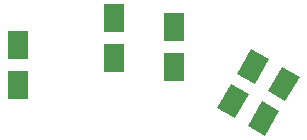
<source format=gbr>
G04 #@! TF.GenerationSoftware,KiCad,Pcbnew,5.1.5*
G04 #@! TF.CreationDate,2020-06-30T15:32:26-05:00*
G04 #@! TF.ProjectId,Encoder,456e636f-6465-4722-9e6b-696361645f70,rev?*
G04 #@! TF.SameCoordinates,Original*
G04 #@! TF.FileFunction,Soldermask,Bot*
G04 #@! TF.FilePolarity,Negative*
%FSLAX46Y46*%
G04 Gerber Fmt 4.6, Leading zero omitted, Abs format (unit mm)*
G04 Created by KiCad (PCBNEW 5.1.5) date 2020-06-30 15:32:26*
%MOMM*%
%LPD*%
G04 APERTURE LIST*
%ADD10C,0.100000*%
G04 APERTURE END LIST*
D10*
G36*
X166437488Y-69997403D02*
G01*
X165236488Y-72077597D01*
X163762512Y-71226597D01*
X164963512Y-69146403D01*
X166437488Y-69997403D01*
G37*
G36*
X163839412Y-68497403D02*
G01*
X162638412Y-70577597D01*
X161164436Y-69726597D01*
X162365436Y-67646403D01*
X163839412Y-68497403D01*
G37*
G36*
X168137488Y-67052916D02*
G01*
X166936488Y-69133110D01*
X165462512Y-68282110D01*
X166663512Y-66201916D01*
X168137488Y-67052916D01*
G37*
G36*
X145147000Y-68945000D02*
G01*
X143445000Y-68945000D01*
X143445000Y-66543000D01*
X145147000Y-66543000D01*
X145147000Y-68945000D01*
G37*
G36*
X165539412Y-65552916D02*
G01*
X164338412Y-67633110D01*
X162864436Y-66782110D01*
X164065436Y-64701916D01*
X165539412Y-65552916D01*
G37*
G36*
X158355000Y-67421000D02*
G01*
X156653000Y-67421000D01*
X156653000Y-65019000D01*
X158355000Y-65019000D01*
X158355000Y-67421000D01*
G37*
G36*
X153275000Y-66659000D02*
G01*
X151573000Y-66659000D01*
X151573000Y-64257000D01*
X153275000Y-64257000D01*
X153275000Y-66659000D01*
G37*
G36*
X145147000Y-65545000D02*
G01*
X143445000Y-65545000D01*
X143445000Y-63143000D01*
X145147000Y-63143000D01*
X145147000Y-65545000D01*
G37*
G36*
X158355000Y-64021000D02*
G01*
X156653000Y-64021000D01*
X156653000Y-61619000D01*
X158355000Y-61619000D01*
X158355000Y-64021000D01*
G37*
G36*
X153275000Y-63259000D02*
G01*
X151573000Y-63259000D01*
X151573000Y-60857000D01*
X153275000Y-60857000D01*
X153275000Y-63259000D01*
G37*
M02*

</source>
